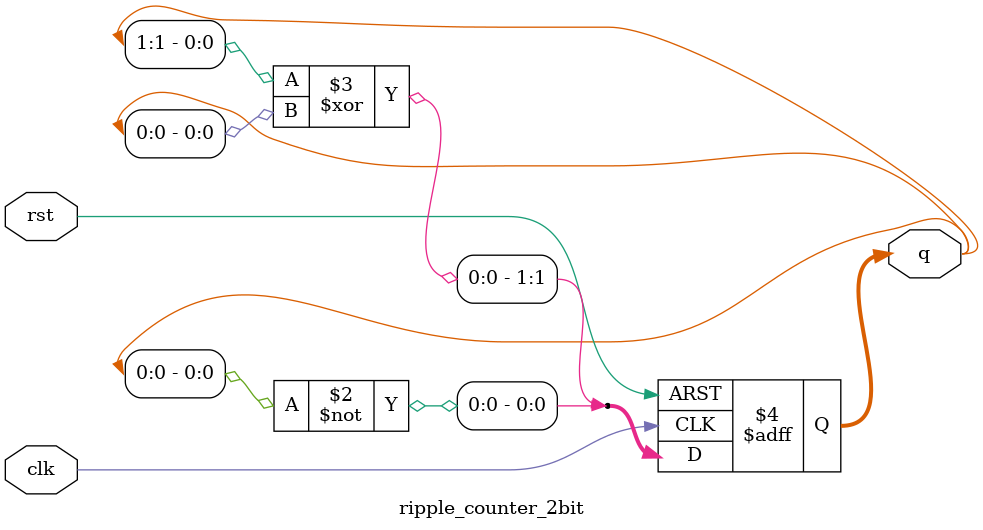
<source format=v>
module ripple_counter_2bit (
    input clk,
    input rst,
    output reg [1:0] q
);
    always @(posedge clk or posedge rst) begin
        if (rst)
            q <= 2'b00;
        else begin
            q[0] <= ~q[0];           
            q[1] <= q[1] ^ q[0];     
        end
    end
endmodule

</source>
